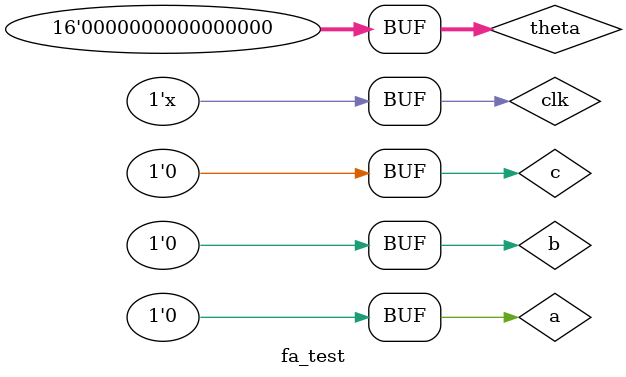
<source format=v>
`timescale 1ns / 1ps



module fa_test;

	// Inputs
	reg a;
	reg b;
	reg c;
	reg clk;
	reg [0:15] theta;
	// Outputs
	wire s;
	wire ca;
	wire [0:15] sine;
	wire [0:15] cos;
	// Instantiate the Unit Under Test (UUT)
	fa uut (
		.a(a), 
		.b(b), 
		.c(c),
		.clk(clk),
		.theta(theta),
		.s(s), 
		.ca(ca),
		.sine(sine),
		.cos(cos)
	);

	initial begin
		// Initialize Inputs
		a = 0;
		b = 0;
		c = 0;
		clk = 0;
		theta = 0;

		// Wait 100 ns for global reset to finish
	
		

		// Add stimulus here
	
	end
   
	always #5 clk = ~clk;  

endmodule


</source>
